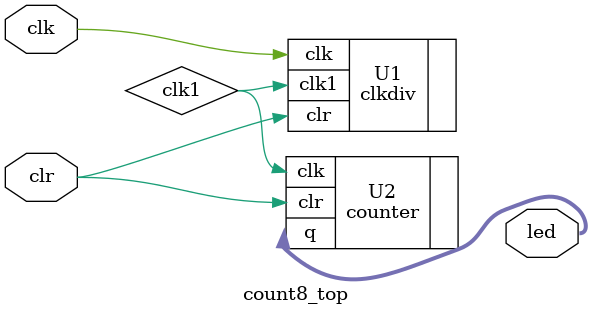
<source format=v>
`timescale 1ns / 1ps
module count8_top(input clk, input clr,
output [7:0] led) ;
wire clk1;
clkdiv
U1(.clk1(clk1),.clr(clr),.clk(clk));
counter #( .N(8)) U2
(.clk(clk1), .clr(clr), .q(led[7:0]));
endmodule
</source>
